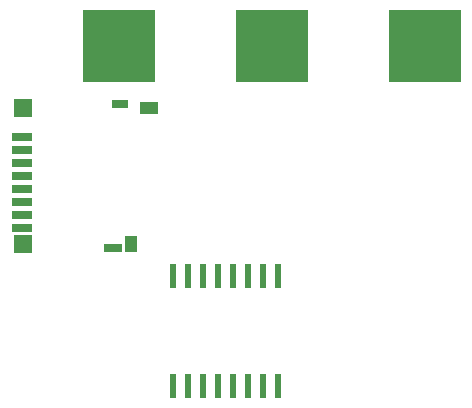
<source format=gbp>
G04 #@! TF.FileFunction,Paste,Bot*
%FSLAX46Y46*%
G04 Gerber Fmt 4.6, Leading zero omitted, Abs format (unit mm)*
G04 Created by KiCad (PCBNEW (2015-01-06 BZR 5261)-product) date Thursday, April 09, 2015 'PMt' 11:27:51 PM*
%MOMM*%
G01*
G04 APERTURE LIST*
%ADD10C,0.152400*%
%ADD11R,1.750000X0.700000*%
%ADD12R,1.500000X1.500000*%
%ADD13R,1.500000X0.800000*%
%ADD14R,1.400000X0.800000*%
%ADD15R,1.550000X1.000000*%
%ADD16R,1.000000X1.450000*%
%ADD17R,6.096000X6.096000*%
%ADD18R,0.590000X2.050000*%
G04 APERTURE END LIST*
D10*
D11*
X134977000Y-106067000D03*
X134977000Y-107167000D03*
X134977000Y-108267000D03*
X134977000Y-109367000D03*
X134977000Y-110467000D03*
X134977000Y-111567000D03*
X134977000Y-112667000D03*
X134977000Y-113767000D03*
D12*
X135077000Y-115067000D03*
X135077000Y-103617000D03*
D13*
X142757000Y-115417000D03*
D14*
X143327000Y-103267000D03*
D15*
X145727000Y-103617000D03*
D16*
X144227000Y-115117000D03*
D17*
X156210000Y-98298000D03*
X169164000Y-98298000D03*
X143256000Y-98298000D03*
D18*
X156718000Y-127127000D03*
X155448000Y-127127000D03*
X154178000Y-127127000D03*
X152908000Y-127127000D03*
X151638000Y-127127000D03*
X150368000Y-127127000D03*
X149098000Y-127127000D03*
X147828000Y-127127000D03*
X147828000Y-117817000D03*
X149098000Y-117817000D03*
X150368000Y-117817000D03*
X151638000Y-117817000D03*
X152908000Y-117817000D03*
X154178000Y-117817000D03*
X155448000Y-117817000D03*
X156718000Y-117817000D03*
M02*

</source>
